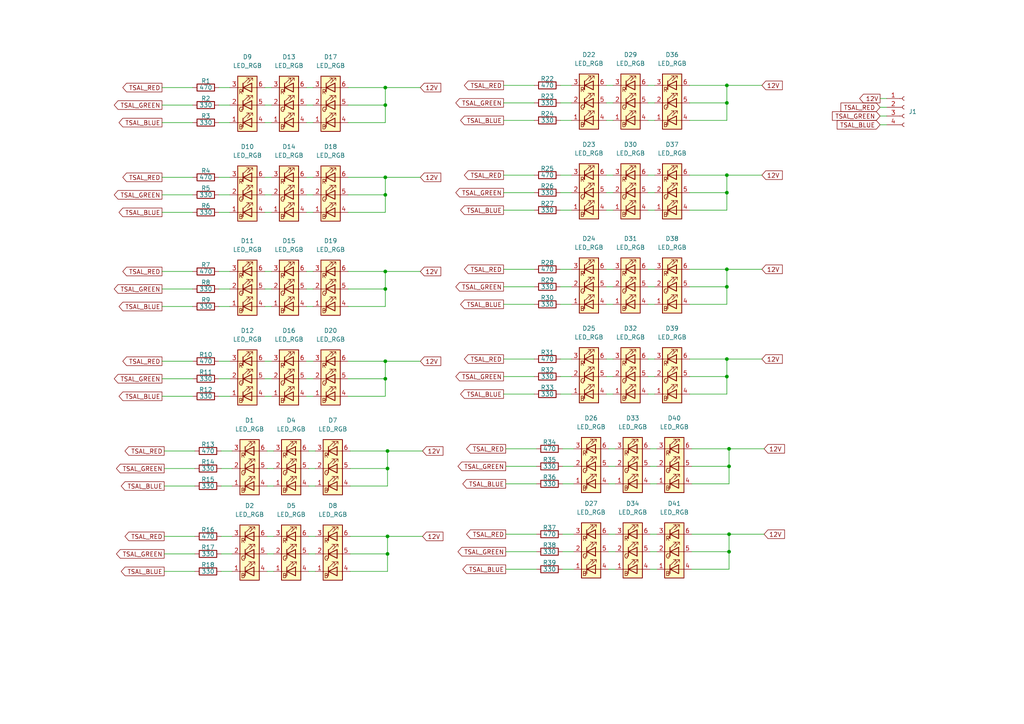
<source format=kicad_sch>
(kicad_sch (version 20211123) (generator eeschema)
  (paper "A4")
  (lib_symbols
    (symbol "11:Conn_01x04_Female"
      (property "Reference" "J" (at -1.651 7.239 0))
      (symbol "Conn_01x04_Female_1_1"
        (arc (start 0 -2.032) (mid -0.508 -2.54) (end 0 -3.048) (stroke (width 0.1524)))
        (polyline (pts (xy -1.27 -2.54) (xy -0.508 -2.54)) (stroke (width 0.1524)))
        (polyline (pts (xy -1.27 0) (xy -0.508 0)) (stroke (width 0.1524)))
        (polyline (pts (xy -1.27 2.54) (xy -0.508 2.54)) (stroke (width 0.1524)))
        (polyline (pts (xy -1.27 5.08) (xy -0.508 5.08)) (stroke (width 0.1524)))
        (arc (start 0 0.508) (mid -0.508 0) (end 0 -0.508) (stroke (width 0.1524)))
        (arc (start 0 3.048) (mid -0.508 2.54) (end 0 2.032) (stroke (width 0.1524)))
        (arc (start 0 5.588) (mid -0.508 5.08) (end 0 4.572) (stroke (width 0.1524)))
        (pin input line (at 0 -2.54 180) (length 3.81) hide (name "") (number ""))
        (pin input line (at 0 0 180) (length 3.81) hide (name "") (number ""))
        (pin input line (at 0 2.54 180) (length 3.81) hide (name "") (number ""))
        (pin input line (at 0 5.08 180) (length 3.81) hide (name "") (number ""))
        (pin passive line (at -5.08 5.08 0) (length 3.81) (name "") (number "1"))
        (pin passive line (at -5.08 2.54 0) (length 3.81) (name "") (number "2"))
        (pin passive line (at -5.08 0 0) (length 3.81) (name "") (number "3"))
        (pin passive line (at -5.08 -2.54 0) (length 3.81) (name "") (number "4"))
      )
    )
    (symbol "Device:LED_RGB" (pin_names (offset 0) hide)
      (property "Reference" "D1" (at 0 13.97 0))
      (property "Value" "LED_RGB" (at 0 11.43 0))
      (symbol "LED_RGB_0_0"
        (text "B" (at -1.905 -6.35 0) (effects (font (size 1.27 1.27))))
        (text "G" (at -1.905 -1.27 0) (effects (font (size 1.27 1.27))))
        (text "R" (at -1.905 3.81 0) (effects (font (size 1.27 1.27))))
      )
      (symbol "LED_RGB_0_1"
        (polyline (pts (xy -1.27 -5.08) (xy -2.54 -5.08)))
        (polyline (pts (xy -1.27 -5.08) (xy 1.27 -5.08)))
        (polyline (pts (xy -1.27 -3.81) (xy -1.27 -6.35)) (stroke (width 0.254)))
        (polyline (pts (xy -1.27 0) (xy -2.54 0)))
        (polyline (pts (xy -1.27 1.27) (xy -1.27 -1.27)) (stroke (width 0.254)))
        (polyline (pts (xy -1.27 5.08) (xy -2.54 5.08)))
        (polyline (pts (xy -1.27 5.08) (xy 1.27 5.08)))
        (polyline (pts (xy -1.27 6.35) (xy -1.27 3.81)) (stroke (width 0.254)))
        (polyline (pts (xy 1.27 -5.08) (xy 2.54 -5.08)))
        (polyline (pts (xy 1.27 0) (xy -1.27 0)))
        (polyline (pts (xy 1.27 0) (xy 2.54 0)))
        (polyline (pts (xy 1.27 5.08) (xy 2.54 5.08)))
        (polyline (pts (xy -1.27 1.27) (xy -1.27 -1.27) (xy -1.27 -1.27)))
        (polyline (pts (xy -1.27 6.35) (xy -1.27 3.81) (xy -1.27 3.81)))
        (polyline (pts (xy 1.27 -3.81) (xy 1.27 -6.35) (xy -1.27 -5.08) (xy 1.27 -3.81)) (stroke (width 0.254)))
        (polyline (pts (xy 1.27 1.27) (xy 1.27 -1.27) (xy -1.27 0) (xy 1.27 1.27)) (stroke (width 0.254)))
        (polyline (pts (xy 1.27 6.35) (xy 1.27 3.81) (xy -1.27 5.08) (xy 1.27 6.35)) (stroke (width 0.254)))
        (polyline (pts (xy -1.016 -3.81) (xy 0.508 -2.286) (xy -0.254 -2.286) (xy 0.508 -2.286) (xy 0.508 -3.048)))
        (polyline (pts (xy -1.016 1.27) (xy 0.508 2.794) (xy -0.254 2.794) (xy 0.508 2.794) (xy 0.508 2.032)))
        (polyline (pts (xy -1.016 6.35) (xy 0.508 7.874) (xy -0.254 7.874) (xy 0.508 7.874) (xy 0.508 7.112)))
        (polyline (pts (xy 0 -3.81) (xy 1.524 -2.286) (xy 0.762 -2.286) (xy 1.524 -2.286) (xy 1.524 -3.048)))
        (polyline (pts (xy 0 1.27) (xy 1.524 2.794) (xy 0.762 2.794) (xy 1.524 2.794) (xy 1.524 2.032)))
        (polyline (pts (xy 0 6.35) (xy 1.524 7.874) (xy 0.762 7.874) (xy 1.524 7.874) (xy 1.524 7.112)))
        (rectangle (start 1.27 -1.27) (end 1.27 1.27))
        (rectangle (start 1.27 1.27) (end 1.27 1.27))
        (rectangle (start 1.27 3.81) (end 1.27 6.35))
        (rectangle (start 1.27 6.35) (end 1.27 6.35))
        (rectangle (start 2.794 8.382) (end -2.794 -7.62) (stroke (width 0.254)) (fill (type background)))
      )
      (symbol "LED_RGB_1_1"
        (pin passive line (at -5.08 -5.08 0) (length 2.54) (name "BK") (number "1"))
        (pin passive line (at -5.08 0 0) (length 2.54) (name "GK") (number "2"))
        (pin passive line (at -5.08 5.08 0) (length 2.54) (name "RK") (number "3"))
        (pin passive line (at 5.08 -5.08 180) (length 2.54) (name "BA") (number "4"))
        (pin passive line (at 5.08 0 180) (length 2.54) (name "GA") (number "5"))
        (pin passive line (at 5.08 5.08 180) (length 2.54) (name "RA") (number "6"))
      )
    )
    (symbol "Device:R" (pin_numbers hide) (pin_names (offset 0))
      (property "Reference" "R" (at 2.032 0 90))
      (property "Value" "R" (at 0 0 90))
      (symbol "R_0_1"
        (rectangle (start -1.016 -2.54) (end 1.016 2.54) (stroke (width 0.254)))
      )
      (symbol "R_1_1"
        (pin passive line (at 0 3.81 270) (length 1.27) (name "~") (number "1"))
        (pin passive line (at 0 -3.81 90) (length 1.27) (name "~") (number "2"))
      )
    )
  )
  (junction (at 111.76 83.82))
  (junction (at 112.395 160.655))
  (junction (at 210.82 50.8))
  (junction (at 211.455 135.255))
  (junction (at 112.395 130.81))
  (junction (at 211.455 160.02))
  (junction (at 111.76 25.4))
  (junction (at 211.455 154.94))
  (junction (at 111.76 51.435))
  (junction (at 111.76 104.775))
  (junction (at 210.82 78.105))
  (junction (at 210.82 109.22))
  (junction (at 111.76 109.855))
  (junction (at 112.395 135.89))
  (junction (at 111.76 78.74))
  (junction (at 211.455 130.175))
  (junction (at 210.82 104.14))
  (junction (at 210.82 29.845))
  (junction (at 111.76 30.48))
  (junction (at 210.82 55.88))
  (junction (at 112.395 155.575))
  (junction (at 210.82 24.765))
  (junction (at 210.82 83.185))
  (junction (at 111.76 56.515))
  (wire (pts (xy 188.595 154.94) (xy 190.5 154.94)))
  (wire (pts (xy 88.9 61.595) (xy 90.805 61.595)))
  (wire (pts (xy 162.56 104.14) (xy 165.735 104.14)))
  (wire (pts (xy 88.9 83.82) (xy 90.805 83.82)))
  (wire (pts (xy 64.135 140.97) (xy 67.31 140.97)))
  (wire (pts (xy 112.395 135.89) (xy 101.6 135.89)))
  (wire (pts (xy 163.195 130.175) (xy 166.37 130.175)))
  (wire (pts (xy 88.9 88.9) (xy 90.805 88.9)))
  (wire (pts (xy 88.9 51.435) (xy 90.805 51.435)))
  (wire (pts (xy 175.895 83.185) (xy 177.8 83.185)))
  (wire (pts (xy 162.56 34.925) (xy 165.735 34.925)))
  (wire (pts (xy 175.895 104.14) (xy 177.8 104.14)))
  (wire (pts (xy 162.56 55.88) (xy 165.735 55.88)))
  (wire (pts (xy 111.76 109.855) (xy 111.76 114.935)))
  (wire (pts (xy 175.895 78.105) (xy 177.8 78.105)))
  (wire (pts (xy 112.395 155.575) (xy 122.555 155.575)))
  (wire (pts (xy 47.625 140.97) (xy 56.515 140.97)))
  (wire (pts (xy 162.56 29.845) (xy 165.735 29.845)))
  (wire (pts (xy 187.96 78.105) (xy 189.865 78.105)))
  (wire (pts (xy 176.53 165.1) (xy 178.435 165.1)))
  (wire (pts (xy 188.595 140.335) (xy 190.5 140.335)))
  (wire (pts (xy 100.965 51.435) (xy 111.76 51.435)))
  (wire (pts (xy 200.025 104.14) (xy 210.82 104.14)))
  (wire (pts (xy 211.455 135.255) (xy 211.455 140.335)))
  (wire (pts (xy 210.82 29.845) (xy 210.82 34.925)))
  (wire (pts (xy 111.76 109.855) (xy 100.965 109.855)))
  (wire (pts (xy 46.99 25.4) (xy 55.88 25.4)))
  (wire (pts (xy 89.535 160.655) (xy 91.44 160.655)))
  (wire (pts (xy 76.835 51.435) (xy 78.74 51.435)))
  (wire (pts (xy 77.47 165.735) (xy 79.375 165.735)))
  (wire (pts (xy 175.895 55.88) (xy 177.8 55.88)))
  (wire (pts (xy 210.82 114.3) (xy 200.025 114.3)))
  (wire (pts (xy 112.395 135.89) (xy 112.395 140.97)))
  (wire (pts (xy 100.965 104.775) (xy 111.76 104.775)))
  (wire (pts (xy 175.895 24.765) (xy 177.8 24.765)))
  (wire (pts (xy 76.835 104.775) (xy 78.74 104.775)))
  (wire (pts (xy 46.99 61.595) (xy 55.88 61.595)))
  (wire (pts (xy 146.685 140.335) (xy 155.575 140.335)))
  (wire (pts (xy 146.05 29.845) (xy 154.94 29.845)))
  (wire (pts (xy 162.56 114.3) (xy 165.735 114.3)))
  (wire (pts (xy 188.595 135.255) (xy 190.5 135.255)))
  (wire (pts (xy 111.76 30.48) (xy 100.965 30.48)))
  (wire (pts (xy 255.27 36.195) (xy 257.175 36.195)))
  (wire (pts (xy 162.56 88.265) (xy 165.735 88.265)))
  (wire (pts (xy 175.895 109.22) (xy 177.8 109.22)))
  (wire (pts (xy 112.395 130.81) (xy 112.395 135.89)))
  (wire (pts (xy 76.835 109.855) (xy 78.74 109.855)))
  (wire (pts (xy 112.395 140.97) (xy 101.6 140.97)))
  (wire (pts (xy 111.76 104.775) (xy 111.76 109.855)))
  (wire (pts (xy 210.82 78.105) (xy 220.98 78.105)))
  (wire (pts (xy 146.05 24.765) (xy 154.94 24.765)))
  (wire (pts (xy 63.5 56.515) (xy 66.675 56.515)))
  (wire (pts (xy 111.76 88.9) (xy 100.965 88.9)))
  (wire (pts (xy 76.835 56.515) (xy 78.74 56.515)))
  (wire (pts (xy 162.56 83.185) (xy 165.735 83.185)))
  (wire (pts (xy 89.535 135.89) (xy 91.44 135.89)))
  (wire (pts (xy 89.535 140.97) (xy 91.44 140.97)))
  (wire (pts (xy 76.835 88.9) (xy 78.74 88.9)))
  (wire (pts (xy 47.625 155.575) (xy 56.515 155.575)))
  (wire (pts (xy 46.99 56.515) (xy 55.88 56.515)))
  (wire (pts (xy 101.6 155.575) (xy 112.395 155.575)))
  (wire (pts (xy 255.27 31.115) (xy 257.175 31.115)))
  (wire (pts (xy 210.82 78.105) (xy 210.82 83.185)))
  (wire (pts (xy 146.05 55.88) (xy 154.94 55.88)))
  (wire (pts (xy 111.76 83.82) (xy 100.965 83.82)))
  (wire (pts (xy 176.53 135.255) (xy 178.435 135.255)))
  (wire (pts (xy 200.025 50.8) (xy 210.82 50.8)))
  (wire (pts (xy 88.9 78.74) (xy 90.805 78.74)))
  (wire (pts (xy 175.895 88.265) (xy 177.8 88.265)))
  (wire (pts (xy 162.56 24.765) (xy 165.735 24.765)))
  (wire (pts (xy 255.27 28.575) (xy 257.175 28.575)))
  (wire (pts (xy 188.595 165.1) (xy 190.5 165.1)))
  (wire (pts (xy 211.455 140.335) (xy 200.66 140.335)))
  (wire (pts (xy 146.05 88.265) (xy 154.94 88.265)))
  (wire (pts (xy 175.895 60.96) (xy 177.8 60.96)))
  (wire (pts (xy 210.82 109.22) (xy 210.82 114.3)))
  (wire (pts (xy 77.47 130.81) (xy 79.375 130.81)))
  (wire (pts (xy 77.47 135.89) (xy 79.375 135.89)))
  (wire (pts (xy 163.195 160.02) (xy 166.37 160.02)))
  (wire (pts (xy 176.53 140.335) (xy 178.435 140.335)))
  (wire (pts (xy 76.835 114.935) (xy 78.74 114.935)))
  (wire (pts (xy 46.99 88.9) (xy 55.88 88.9)))
  (wire (pts (xy 146.05 109.22) (xy 154.94 109.22)))
  (wire (pts (xy 112.395 130.81) (xy 122.555 130.81)))
  (wire (pts (xy 187.96 109.22) (xy 189.865 109.22)))
  (wire (pts (xy 146.685 154.94) (xy 155.575 154.94)))
  (wire (pts (xy 211.455 135.255) (xy 200.66 135.255)))
  (wire (pts (xy 210.82 83.185) (xy 200.025 83.185)))
  (wire (pts (xy 162.56 60.96) (xy 165.735 60.96)))
  (wire (pts (xy 187.96 60.96) (xy 189.865 60.96)))
  (wire (pts (xy 187.96 24.765) (xy 189.865 24.765)))
  (wire (pts (xy 210.82 104.14) (xy 210.82 109.22)))
  (wire (pts (xy 77.47 160.655) (xy 79.375 160.655)))
  (wire (pts (xy 187.96 104.14) (xy 189.865 104.14)))
  (wire (pts (xy 76.835 78.74) (xy 78.74 78.74)))
  (wire (pts (xy 63.5 114.935) (xy 66.675 114.935)))
  (wire (pts (xy 63.5 104.775) (xy 66.675 104.775)))
  (wire (pts (xy 146.05 104.14) (xy 154.94 104.14)))
  (wire (pts (xy 46.99 114.935) (xy 55.88 114.935)))
  (wire (pts (xy 47.625 160.655) (xy 56.515 160.655)))
  (wire (pts (xy 187.96 114.3) (xy 189.865 114.3)))
  (wire (pts (xy 63.5 35.56) (xy 66.675 35.56)))
  (wire (pts (xy 187.96 34.925) (xy 189.865 34.925)))
  (wire (pts (xy 88.9 30.48) (xy 90.805 30.48)))
  (wire (pts (xy 63.5 88.9) (xy 66.675 88.9)))
  (wire (pts (xy 77.47 140.97) (xy 79.375 140.97)))
  (wire (pts (xy 210.82 60.96) (xy 200.025 60.96)))
  (wire (pts (xy 88.9 25.4) (xy 90.805 25.4)))
  (wire (pts (xy 187.96 29.845) (xy 189.865 29.845)))
  (wire (pts (xy 162.56 109.22) (xy 165.735 109.22)))
  (wire (pts (xy 146.05 60.96) (xy 154.94 60.96)))
  (wire (pts (xy 89.535 130.81) (xy 91.44 130.81)))
  (wire (pts (xy 63.5 51.435) (xy 66.675 51.435)))
  (wire (pts (xy 46.99 51.435) (xy 55.88 51.435)))
  (wire (pts (xy 111.76 104.775) (xy 121.92 104.775)))
  (wire (pts (xy 187.96 88.265) (xy 189.865 88.265)))
  (wire (pts (xy 63.5 25.4) (xy 66.675 25.4)))
  (wire (pts (xy 211.455 154.94) (xy 211.455 160.02)))
  (wire (pts (xy 76.835 83.82) (xy 78.74 83.82)))
  (wire (pts (xy 76.835 35.56) (xy 78.74 35.56)))
  (wire (pts (xy 46.99 30.48) (xy 55.88 30.48)))
  (wire (pts (xy 175.895 29.845) (xy 177.8 29.845)))
  (wire (pts (xy 146.05 34.925) (xy 154.94 34.925)))
  (wire (pts (xy 111.76 51.435) (xy 111.76 56.515)))
  (wire (pts (xy 163.195 154.94) (xy 166.37 154.94)))
  (wire (pts (xy 64.135 135.89) (xy 67.31 135.89)))
  (wire (pts (xy 200.025 78.105) (xy 210.82 78.105)))
  (wire (pts (xy 77.47 155.575) (xy 79.375 155.575)))
  (wire (pts (xy 111.76 61.595) (xy 100.965 61.595)))
  (wire (pts (xy 210.82 83.185) (xy 210.82 88.265)))
  (wire (pts (xy 210.82 109.22) (xy 200.025 109.22)))
  (wire (pts (xy 162.56 50.8) (xy 165.735 50.8)))
  (wire (pts (xy 211.455 130.175) (xy 211.455 135.255)))
  (wire (pts (xy 111.76 56.515) (xy 100.965 56.515)))
  (wire (pts (xy 111.76 35.56) (xy 100.965 35.56)))
  (wire (pts (xy 175.895 50.8) (xy 177.8 50.8)))
  (wire (pts (xy 146.05 114.3) (xy 154.94 114.3)))
  (wire (pts (xy 64.135 160.655) (xy 67.31 160.655)))
  (wire (pts (xy 210.82 55.88) (xy 210.82 60.96)))
  (wire (pts (xy 146.685 160.02) (xy 155.575 160.02)))
  (wire (pts (xy 88.9 56.515) (xy 90.805 56.515)))
  (wire (pts (xy 210.82 50.8) (xy 210.82 55.88)))
  (wire (pts (xy 200.66 154.94) (xy 211.455 154.94)))
  (wire (pts (xy 163.195 140.335) (xy 166.37 140.335)))
  (wire (pts (xy 88.9 114.935) (xy 90.805 114.935)))
  (wire (pts (xy 210.82 55.88) (xy 200.025 55.88)))
  (wire (pts (xy 146.685 130.175) (xy 155.575 130.175)))
  (wire (pts (xy 111.76 51.435) (xy 121.92 51.435)))
  (wire (pts (xy 63.5 61.595) (xy 66.675 61.595)))
  (wire (pts (xy 88.9 104.775) (xy 90.805 104.775)))
  (wire (pts (xy 63.5 78.74) (xy 66.675 78.74)))
  (wire (pts (xy 200.66 130.175) (xy 211.455 130.175)))
  (wire (pts (xy 46.99 35.56) (xy 55.88 35.56)))
  (wire (pts (xy 89.535 165.735) (xy 91.44 165.735)))
  (wire (pts (xy 162.56 78.105) (xy 165.735 78.105)))
  (wire (pts (xy 46.99 78.74) (xy 55.88 78.74)))
  (wire (pts (xy 100.965 78.74) (xy 111.76 78.74)))
  (wire (pts (xy 187.96 50.8) (xy 189.865 50.8)))
  (wire (pts (xy 63.5 109.855) (xy 66.675 109.855)))
  (wire (pts (xy 88.9 109.855) (xy 90.805 109.855)))
  (wire (pts (xy 112.395 160.655) (xy 112.395 165.735)))
  (wire (pts (xy 210.82 29.845) (xy 200.025 29.845)))
  (wire (pts (xy 111.76 83.82) (xy 111.76 88.9)))
  (wire (pts (xy 89.535 155.575) (xy 91.44 155.575)))
  (wire (pts (xy 210.82 104.14) (xy 220.98 104.14)))
  (wire (pts (xy 47.625 135.89) (xy 56.515 135.89)))
  (wire (pts (xy 88.9 35.56) (xy 90.805 35.56)))
  (wire (pts (xy 146.05 50.8) (xy 154.94 50.8)))
  (wire (pts (xy 211.455 130.175) (xy 221.615 130.175)))
  (wire (pts (xy 111.76 25.4) (xy 121.92 25.4)))
  (wire (pts (xy 76.835 25.4) (xy 78.74 25.4)))
  (wire (pts (xy 176.53 154.94) (xy 178.435 154.94)))
  (wire (pts (xy 63.5 30.48) (xy 66.675 30.48)))
  (wire (pts (xy 64.135 155.575) (xy 67.31 155.575)))
  (wire (pts (xy 111.76 78.74) (xy 111.76 83.82)))
  (wire (pts (xy 64.135 165.735) (xy 67.31 165.735)))
  (wire (pts (xy 200.025 24.765) (xy 210.82 24.765)))
  (wire (pts (xy 210.82 24.765) (xy 210.82 29.845)))
  (wire (pts (xy 211.455 154.94) (xy 221.615 154.94)))
  (wire (pts (xy 111.76 78.74) (xy 121.92 78.74)))
  (wire (pts (xy 210.82 34.925) (xy 200.025 34.925)))
  (wire (pts (xy 211.455 160.02) (xy 211.455 165.1)))
  (wire (pts (xy 100.965 25.4) (xy 111.76 25.4)))
  (wire (pts (xy 112.395 160.655) (xy 101.6 160.655)))
  (wire (pts (xy 76.835 30.48) (xy 78.74 30.48)))
  (wire (pts (xy 210.82 24.765) (xy 220.98 24.765)))
  (wire (pts (xy 111.76 114.935) (xy 100.965 114.935)))
  (wire (pts (xy 111.76 30.48) (xy 111.76 35.56)))
  (wire (pts (xy 210.82 50.8) (xy 220.98 50.8)))
  (wire (pts (xy 111.76 25.4) (xy 111.76 30.48)))
  (wire (pts (xy 46.99 83.82) (xy 55.88 83.82)))
  (wire (pts (xy 176.53 160.02) (xy 178.435 160.02)))
  (wire (pts (xy 101.6 130.81) (xy 112.395 130.81)))
  (wire (pts (xy 112.395 155.575) (xy 112.395 160.655)))
  (wire (pts (xy 146.685 135.255) (xy 155.575 135.255)))
  (wire (pts (xy 146.05 78.105) (xy 154.94 78.105)))
  (wire (pts (xy 146.05 83.185) (xy 154.94 83.185)))
  (wire (pts (xy 47.625 130.81) (xy 56.515 130.81)))
  (wire (pts (xy 255.27 33.655) (xy 257.175 33.655)))
  (wire (pts (xy 188.595 130.175) (xy 190.5 130.175)))
  (wire (pts (xy 46.99 104.775) (xy 55.88 104.775)))
  (wire (pts (xy 210.82 88.265) (xy 200.025 88.265)))
  (wire (pts (xy 146.685 165.1) (xy 155.575 165.1)))
  (wire (pts (xy 175.895 114.3) (xy 177.8 114.3)))
  (wire (pts (xy 63.5 83.82) (xy 66.675 83.82)))
  (wire (pts (xy 187.96 83.185) (xy 189.865 83.185)))
  (wire (pts (xy 187.96 55.88) (xy 189.865 55.88)))
  (wire (pts (xy 111.76 56.515) (xy 111.76 61.595)))
  (wire (pts (xy 64.135 130.81) (xy 67.31 130.81)))
  (wire (pts (xy 163.195 135.255) (xy 166.37 135.255)))
  (wire (pts (xy 76.835 61.595) (xy 78.74 61.595)))
  (wire (pts (xy 112.395 165.735) (xy 101.6 165.735)))
  (wire (pts (xy 211.455 165.1) (xy 200.66 165.1)))
  (wire (pts (xy 46.99 109.855) (xy 55.88 109.855)))
  (wire (pts (xy 188.595 160.02) (xy 190.5 160.02)))
  (wire (pts (xy 163.195 165.1) (xy 166.37 165.1)))
  (wire (pts (xy 176.53 130.175) (xy 178.435 130.175)))
  (wire (pts (xy 47.625 165.735) (xy 56.515 165.735)))
  (wire (pts (xy 211.455 160.02) (xy 200.66 160.02)))
  (wire (pts (xy 175.895 34.925) (xy 177.8 34.925)))
  (global_label "TSAL_BLUE" (shape output) (at 46.99 114.935 180) (property "Intersheet References" "${INTERSHEET_REFS}" (effects hide)))
  (global_label "TSAL_GREEN" (shape output) (at 47.625 135.89 180) (property "Intersheet References" "${INTERSHEET_REFS}" (effects hide)))
  (global_label "TSAL_BLUE" (shape output) (at 146.05 60.96 180) (property "Intersheet References" "${INTERSHEET_REFS}" (effects hide)))
  (global_label "12V" (shape output) (at 255.27 28.575 180) (property "Intersheet References" "${INTERSHEET_REFS}" (effects hide)))
  (global_label "12V" (shape input) (at 122.555 130.81 0) (property "Intersheet References" "${INTERSHEET_REFS}" (effects hide)))
  (global_label "12V" (shape input) (at 220.98 50.8 0) (property "Intersheet References" "${INTERSHEET_REFS}" (effects hide)))
  (global_label "TSAL_RED" (shape output) (at 146.05 24.765 180) (property "Intersheet References" "${INTERSHEET_REFS}" (effects hide)))
  (global_label "TSAL_RED" (shape output) (at 146.05 104.14 180) (property "Intersheet References" "${INTERSHEET_REFS}" (effects hide)))
  (global_label "TSAL_BLUE" (shape output) (at 47.625 165.735 180) (property "Intersheet References" "${INTERSHEET_REFS}" (effects hide)))
  (global_label "TSAL_BLUE" (shape output) (at 146.685 165.1 180) (property "Intersheet References" "${INTERSHEET_REFS}" (effects hide)))
  (global_label "TSAL_RED" (shape output) (at 146.05 78.105 180) (property "Intersheet References" "${INTERSHEET_REFS}" (effects hide)))
  (global_label "12V" (shape input) (at 121.92 51.435 0) (property "Intersheet References" "${INTERSHEET_REFS}" (effects hide)))
  (global_label "TSAL_BLUE" (shape output) (at 146.05 114.3 180) (property "Intersheet References" "${INTERSHEET_REFS}" (effects hide)))
  (global_label "TSAL_GREEN" (shape output) (at 47.625 160.655 180) (property "Intersheet References" "${INTERSHEET_REFS}" (effects hide)))
  (global_label "TSAL_GREEN" (shape output) (at 146.685 135.255 180) (property "Intersheet References" "${INTERSHEET_REFS}" (effects hide)))
  (global_label "TSAL_BLUE" (shape output) (at 47.625 140.97 180) (property "Intersheet References" "${INTERSHEET_REFS}" (effects hide)))
  (global_label "TSAL_GREEN" (shape output) (at 146.05 29.845 180) (property "Intersheet References" "${INTERSHEET_REFS}" (effects hide)))
  (global_label "12V" (shape input) (at 220.98 24.765 0) (property "Intersheet References" "${INTERSHEET_REFS}" (effects hide)))
  (global_label "TSAL_GREEN" (shape output) (at 146.05 55.88 180) (property "Intersheet References" "${INTERSHEET_REFS}" (effects hide)))
  (global_label "TSAL_RED" (shape output) (at 46.99 104.775 180) (property "Intersheet References" "${INTERSHEET_REFS}" (effects hide)))
  (global_label "TSAL_RED" (shape output) (at 47.625 130.81 180) (property "Intersheet References" "${INTERSHEET_REFS}" (effects hide)))
  (global_label "12V" (shape input) (at 121.92 25.4 0) (property "Intersheet References" "${INTERSHEET_REFS}" (effects hide)))
  (global_label "TSAL_RED" (shape input) (at 255.27 31.115 180) (property "Intersheet References" "${INTERSHEET_REFS}" (effects hide)))
  (global_label "TSAL_BLUE" (shape input) (at 255.27 36.195 180) (property "Intersheet References" "${INTERSHEET_REFS}" (effects hide)))
  (global_label "12V" (shape input) (at 220.98 78.105 0) (property "Intersheet References" "${INTERSHEET_REFS}" (effects hide)))
  (global_label "12V" (shape input) (at 122.555 155.575 0) (property "Intersheet References" "${INTERSHEET_REFS}" (effects hide)))
  (global_label "TSAL_GREEN" (shape output) (at 46.99 83.82 180) (property "Intersheet References" "${INTERSHEET_REFS}" (effects hide)))
  (global_label "TSAL_GREEN" (shape output) (at 146.05 83.185 180) (property "Intersheet References" "${INTERSHEET_REFS}" (effects hide)))
  (global_label "TSAL_BLUE" (shape output) (at 146.05 88.265 180) (property "Intersheet References" "${INTERSHEET_REFS}" (effects hide)))
  (global_label "TSAL_GREEN" (shape output) (at 46.99 56.515 180) (property "Intersheet References" "${INTERSHEET_REFS}" (effects hide)))
  (global_label "TSAL_RED" (shape output) (at 46.99 51.435 180) (property "Intersheet References" "${INTERSHEET_REFS}" (effects hide)))
  (global_label "TSAL_RED" (shape output) (at 146.685 130.175 180) (property "Intersheet References" "${INTERSHEET_REFS}" (effects hide)))
  (global_label "TSAL_RED" (shape output) (at 46.99 25.4 180) (property "Intersheet References" "${INTERSHEET_REFS}" (effects hide)))
  (global_label "TSAL_BLUE" (shape output) (at 46.99 35.56 180) (property "Intersheet References" "${INTERSHEET_REFS}" (effects hide)))
  (global_label "TSAL_RED" (shape output) (at 47.625 155.575 180) (property "Intersheet References" "${INTERSHEET_REFS}" (effects hide)))
  (global_label "TSAL_GREEN" (shape input) (at 255.27 33.655 180) (property "Intersheet References" "${INTERSHEET_REFS}" (effects hide)))
  (global_label "TSAL_GREEN" (shape output) (at 46.99 109.855 180) (property "Intersheet References" "${INTERSHEET_REFS}" (effects hide)))
  (global_label "TSAL_GREEN" (shape output) (at 146.685 160.02 180) (property "Intersheet References" "${INTERSHEET_REFS}" (effects hide)))
  (global_label "TSAL_GREEN" (shape output) (at 46.99 30.48 180) (property "Intersheet References" "${INTERSHEET_REFS}" (effects hide)))
  (global_label "12V" (shape input) (at 221.615 154.94 0) (property "Intersheet References" "${INTERSHEET_REFS}" (effects hide)))
  (global_label "TSAL_RED" (shape output) (at 46.99 78.74 180) (property "Intersheet References" "${INTERSHEET_REFS}" (effects hide)))
  (global_label "12V" (shape input) (at 220.98 104.14 0) (property "Intersheet References" "${INTERSHEET_REFS}" (effects hide)))
  (global_label "12V" (shape input) (at 221.615 130.175 0) (property "Intersheet References" "${INTERSHEET_REFS}" (effects hide)))
  (global_label "12V" (shape input) (at 121.92 78.74 0) (property "Intersheet References" "${INTERSHEET_REFS}" (effects hide)))
  (global_label "TSAL_RED" (shape output) (at 146.05 50.8 180) (property "Intersheet References" "${INTERSHEET_REFS}" (effects hide)))
  (global_label "TSAL_BLUE" (shape output) (at 146.05 34.925 180) (property "Intersheet References" "${INTERSHEET_REFS}" (effects hide)))
  (global_label "TSAL_GREEN" (shape output) (at 146.05 109.22 180) (property "Intersheet References" "${INTERSHEET_REFS}" (effects hide)))
  (global_label "12V" (shape input) (at 121.92 104.775 0) (property "Intersheet References" "${INTERSHEET_REFS}" (effects hide)))
  (global_label "TSAL_BLUE" (shape output) (at 46.99 61.595 180) (property "Intersheet References" "${INTERSHEET_REFS}" (effects hide)))
  (global_label "TSAL_BLUE" (shape output) (at 46.99 88.9 180) (property "Intersheet References" "${INTERSHEET_REFS}" (effects hide)))
  (global_label "TSAL_BLUE" (shape output) (at 146.685 140.335 180) (property "Intersheet References" "${INTERSHEET_REFS}" (effects hide)))
  (global_label "TSAL_RED" (shape output) (at 146.685 154.94 180) (property "Intersheet References" "${INTERSHEET_REFS}" (effects hide)))
  (symbol (lib_id "Device:LED_RGB") (at 83.82 109.855 0) (unit 1)
    (property "Reference" "D16" (at 83.82 95.885 0))
    (property "Value" "LED_RGB" (at 83.82 98.425 0))
    (property "Footprint" "LED_SMD:LED_RGB_5050-6" (effects hide))
  )
  (symbol (lib_id "Device:LED_RGB") (at 170.815 55.88 0) (unit 1)
    (property "Reference" "D23" (at 170.815 41.91 0))
    (property "Value" "LED_RGB" (at 170.815 44.45 0))
    (property "Footprint" "LED_SMD:LED_RGB_5050-6" (effects hide))
  )
  (symbol (lib_id "Device:LED_RGB") (at 95.885 109.855 0) (unit 1)
    (property "Reference" "D20" (at 95.885 95.885 0))
    (property "Value" "LED_RGB" (at 95.885 98.425 0))
    (property "Footprint" "LED_SMD:LED_RGB_5050-6" (effects hide))
  )
  (symbol (lib_id "Device:LED_RGB") (at 170.815 29.845 0) (unit 1)
    (property "Reference" "D22" (at 170.815 15.875 0))
    (property "Value" "LED_RGB" (at 170.815 18.415 0))
    (property "Footprint" "LED_SMD:LED_RGB_5050-6" (effects hide))
  )
  (symbol (lib_id "Device:LED_RGB") (at 182.88 29.845 0) (unit 1)
    (property "Reference" "D29" (at 182.88 15.875 0))
    (property "Value" "LED_RGB" (at 182.88 18.415 0))
    (property "Footprint" "LED_SMD:LED_RGB_5050-6" (effects hide))
  )
  (symbol (lib_id "Device:LED_RGB") (at 182.88 83.185 0) (unit 1)
    (property "Reference" "D31" (at 182.88 69.215 0))
    (property "Value" "LED_RGB" (at 182.88 71.755 0))
    (property "Footprint" "LED_SMD:LED_RGB_5050-6" (effects hide))
  )
  (symbol (lib_id "11:Conn_01x04_Female") (at 262.255 33.655 0) (unit 1)
    (property "Reference" "J1" (at 263.525 32.3849 0) (effects (justify left)))
    (property "Value" "Conn_01x04_Female" (effects hide))
    (property "Footprint" "Connector_PinHeader_2.54mm:PinHeader_1x04_P2.54mm_Vertical" (effects hide))
  )
  (symbol (lib_id "Device:LED_RGB") (at 182.88 55.88 0) (unit 1)
    (property "Reference" "D30" (at 182.88 41.91 0))
    (property "Value" "LED_RGB" (at 182.88 44.45 0))
    (property "Footprint" "LED_SMD:LED_RGB_5050-6" (effects hide))
  )
  (symbol (lib_id "Device:LED_RGB") (at 195.58 160.02 0) (unit 1)
    (property "Reference" "D41" (at 195.58 146.05 0))
    (property "Value" "LED_RGB" (at 195.58 148.59 0))
    (property "Footprint" "LED_SMD:LED_RGB_5050-6" (effects hide))
  )
  (symbol (lib_id "Device:R") (at 60.325 155.575 90) (unit 1)
    (property "Reference" "R16" (at 60.325 153.67 90))
    (property "Value" "470" (at 60.325 155.575 90))
    (property "Footprint" "Resistor_SMD:R_1206_3216Metric_Pad1.30x1.75mm_HandSolder" (effects hide))
  )
  (symbol (lib_id "Device:R") (at 59.69 114.935 90) (unit 1)
    (property "Reference" "R12" (at 59.69 113.03 90))
    (property "Value" "330" (at 59.69 114.935 90))
    (property "Footprint" "Resistor_SMD:R_1206_3216Metric_Pad1.30x1.75mm_HandSolder" (effects hide))
  )
  (symbol (lib_id "Device:R") (at 59.69 104.775 90) (unit 1)
    (property "Reference" "R10" (at 59.69 102.87 90))
    (property "Value" "470" (at 59.69 104.775 90))
    (property "Footprint" "Resistor_SMD:R_1206_3216Metric_Pad1.30x1.75mm_HandSolder" (effects hide))
  )
  (symbol (lib_id "Device:R") (at 158.75 29.845 90) (unit 1)
    (property "Reference" "R23" (at 158.75 27.94 90))
    (property "Value" "330" (at 158.75 29.845 90))
    (property "Footprint" "Resistor_SMD:R_1206_3216Metric_Pad1.30x1.75mm_HandSolder" (effects hide))
  )
  (symbol (lib_id "Device:R") (at 60.325 140.97 90) (unit 1)
    (property "Reference" "R15" (at 60.325 139.065 90))
    (property "Value" "330" (at 60.325 140.97 90))
    (property "Footprint" "Resistor_SMD:R_1206_3216Metric_Pad1.30x1.75mm_HandSolder" (effects hide))
  )
  (symbol (lib_id "Device:R") (at 158.75 88.265 90) (unit 1)
    (property "Reference" "R30" (at 158.75 86.36 90))
    (property "Value" "330" (at 158.75 88.265 90))
    (property "Footprint" "Resistor_SMD:R_1206_3216Metric_Pad1.30x1.75mm_HandSolder" (effects hide))
  )
  (symbol (lib_id "Device:R") (at 159.385 160.02 90) (unit 1)
    (property "Reference" "R38" (at 159.385 158.115 90))
    (property "Value" "330" (at 159.385 160.02 90))
    (property "Footprint" "Resistor_SMD:R_1206_3216Metric_Pad1.30x1.75mm_HandSolder" (effects hide))
  )
  (symbol (lib_id "Device:LED_RGB") (at 183.515 160.02 0) (unit 1)
    (property "Reference" "D34" (at 183.515 146.05 0))
    (property "Value" "LED_RGB" (at 183.515 148.59 0))
    (property "Footprint" "LED_SMD:LED_RGB_5050-6" (effects hide))
  )
  (symbol (lib_id "Device:R") (at 59.69 83.82 90) (unit 1)
    (property "Reference" "R8" (at 59.69 81.915 90))
    (property "Value" "330" (at 59.69 83.82 90))
    (property "Footprint" "Resistor_SMD:R_1206_3216Metric_Pad1.30x1.75mm_HandSolder" (effects hide))
  )
  (symbol (lib_id "Device:R") (at 158.75 50.8 90) (unit 1)
    (property "Reference" "R25" (at 158.75 48.895 90))
    (property "Value" "470" (at 158.75 50.8 90))
    (property "Footprint" "Resistor_SMD:R_1206_3216Metric_Pad1.30x1.75mm_HandSolder" (effects hide))
  )
  (symbol (lib_id "Device:R") (at 59.69 51.435 90) (unit 1)
    (property "Reference" "R4" (at 59.69 49.53 90))
    (property "Value" "470" (at 59.69 51.435 90))
    (property "Footprint" "Resistor_SMD:R_1206_3216Metric_Pad1.30x1.75mm_HandSolder" (effects hide))
  )
  (symbol (lib_id "Device:LED_RGB") (at 71.755 83.82 0) (unit 1)
    (property "Reference" "D11" (at 71.755 69.85 0))
    (property "Value" "LED_RGB" (at 71.755 72.39 0))
    (property "Footprint" "LED_SMD:LED_RGB_5050-6" (effects hide))
  )
  (symbol (lib_id "Device:LED_RGB") (at 194.945 109.22 0) (unit 1)
    (property "Reference" "D39" (at 194.945 95.25 0))
    (property "Value" "LED_RGB" (at 194.945 97.79 0))
    (property "Footprint" "LED_SMD:LED_RGB_5050-6" (effects hide))
  )
  (symbol (lib_id "Device:R") (at 159.385 165.1 90) (unit 1)
    (property "Reference" "R39" (at 159.385 163.195 90))
    (property "Value" "330" (at 159.385 165.1 90))
    (property "Footprint" "Resistor_SMD:R_1206_3216Metric_Pad1.30x1.75mm_HandSolder" (effects hide))
  )
  (symbol (lib_id "Device:R") (at 59.69 109.855 90) (unit 1)
    (property "Reference" "R11" (at 59.69 107.95 90))
    (property "Value" "330" (at 59.69 109.855 90))
    (property "Footprint" "Resistor_SMD:R_1206_3216Metric_Pad1.30x1.75mm_HandSolder" (effects hide))
  )
  (symbol (lib_id "Device:R") (at 59.69 78.74 90) (unit 1)
    (property "Reference" "R7" (at 59.69 76.835 90))
    (property "Value" "470" (at 59.69 78.74 90))
    (property "Footprint" "Resistor_SMD:R_1206_3216Metric_Pad1.30x1.75mm_HandSolder" (effects hide))
  )
  (symbol (lib_id "Device:LED_RGB") (at 194.945 29.845 0) (unit 1)
    (property "Reference" "D36" (at 194.945 15.875 0))
    (property "Value" "LED_RGB" (at 194.945 18.415 0))
    (property "Footprint" "LED_SMD:LED_RGB_5050-6" (effects hide))
  )
  (symbol (lib_id "Device:R") (at 159.385 140.335 90) (unit 1)
    (property "Reference" "R36" (at 159.385 138.43 90))
    (property "Value" "330" (at 159.385 140.335 90))
    (property "Footprint" "Resistor_SMD:R_1206_3216Metric_Pad1.30x1.75mm_HandSolder" (effects hide))
  )
  (symbol (lib_id "Device:R") (at 59.69 30.48 90) (unit 1)
    (property "Reference" "R2" (at 59.69 28.575 90))
    (property "Value" "330" (at 59.69 30.48 90))
    (property "Footprint" "Resistor_SMD:R_1206_3216Metric_Pad1.30x1.75mm_HandSolder" (effects hide))
  )
  (symbol (lib_id "Device:LED_RGB") (at 194.945 83.185 0) (unit 1)
    (property "Reference" "D38" (at 194.945 69.215 0))
    (property "Value" "LED_RGB" (at 194.945 71.755 0))
    (property "Footprint" "LED_SMD:LED_RGB_5050-6" (effects hide))
  )
  (symbol (lib_id "Device:R") (at 158.75 83.185 90) (unit 1)
    (property "Reference" "R29" (at 158.75 81.28 90))
    (property "Value" "330" (at 158.75 83.185 90))
    (property "Footprint" "Resistor_SMD:R_1206_3216Metric_Pad1.30x1.75mm_HandSolder" (effects hide))
  )
  (symbol (lib_id "Device:R") (at 59.69 25.4 90) (unit 1)
    (property "Reference" "R1" (at 59.69 23.495 90))
    (property "Value" "470" (at 59.69 25.4 90))
    (property "Footprint" "Resistor_SMD:R_1206_3216Metric_Pad1.30x1.75mm_HandSolder" (effects hide))
  )
  (symbol (lib_id "Device:R") (at 158.75 34.925 90) (unit 1)
    (property "Reference" "R24" (at 158.75 33.02 90))
    (property "Value" "330" (at 158.75 34.925 90))
    (property "Footprint" "Resistor_SMD:R_1206_3216Metric_Pad1.30x1.75mm_HandSolder" (effects hide))
  )
  (symbol (lib_id "Device:LED_RGB") (at 170.815 109.22 0) (unit 1)
    (property "Reference" "D25" (at 170.815 95.25 0))
    (property "Value" "LED_RGB" (at 170.815 97.79 0))
    (property "Footprint" "LED_SMD:LED_RGB_5050-6" (effects hide))
  )
  (symbol (lib_id "Device:LED_RGB") (at 83.82 30.48 0) (unit 1)
    (property "Reference" "D13" (at 83.82 16.51 0))
    (property "Value" "LED_RGB" (at 83.82 19.05 0))
    (property "Footprint" "LED_SMD:LED_RGB_5050-6" (effects hide))
  )
  (symbol (lib_id "Device:R") (at 59.69 35.56 90) (unit 1)
    (property "Reference" "R3" (at 59.69 33.655 90))
    (property "Value" "330" (at 59.69 35.56 90))
    (property "Footprint" "Resistor_SMD:R_1206_3216Metric_Pad1.30x1.75mm_HandSolder" (effects hide))
  )
  (symbol (lib_id "Device:R") (at 158.75 114.3 90) (unit 1)
    (property "Reference" "R33" (at 158.75 112.395 90))
    (property "Value" "330" (at 158.75 114.3 90))
    (property "Footprint" "Resistor_SMD:R_1206_3216Metric_Pad1.30x1.75mm_HandSolder" (effects hide))
  )
  (symbol (lib_id "Device:LED_RGB") (at 71.755 30.48 0) (unit 1)
    (property "Reference" "D9" (at 71.755 16.51 0))
    (property "Value" "LED_RGB" (at 71.755 19.05 0))
    (property "Footprint" "LED_SMD:LED_RGB_5050-6" (effects hide))
  )
  (symbol (lib_id "Device:R") (at 158.75 104.14 90) (unit 1)
    (property "Reference" "R31" (at 158.75 102.235 90))
    (property "Value" "470" (at 158.75 104.14 90))
    (property "Footprint" "Resistor_SMD:R_1206_3216Metric_Pad1.30x1.75mm_HandSolder" (effects hide))
  )
  (symbol (lib_id "Device:R") (at 158.75 24.765 90) (unit 1)
    (property "Reference" "R22" (at 158.75 22.86 90))
    (property "Value" "470" (at 158.75 24.765 90))
    (property "Footprint" "Resistor_SMD:R_1206_3216Metric_Pad1.30x1.75mm_HandSolder" (effects hide))
  )
  (symbol (lib_id "Device:R") (at 59.69 88.9 90) (unit 1)
    (property "Reference" "R9" (at 59.69 86.995 90))
    (property "Value" "330" (at 59.69 88.9 90))
    (property "Footprint" "Resistor_SMD:R_1206_3216Metric_Pad1.30x1.75mm_HandSolder" (effects hide))
  )
  (symbol (lib_id "Device:LED_RGB") (at 195.58 135.255 0) (unit 1)
    (property "Reference" "D40" (at 195.58 121.285 0))
    (property "Value" "LED_RGB" (at 195.58 123.825 0))
    (property "Footprint" "LED_SMD:LED_RGB_5050-6" (effects hide))
  )
  (symbol (lib_id "Device:R") (at 158.75 60.96 90) (unit 1)
    (property "Reference" "R27" (at 158.75 59.055 90))
    (property "Value" "330" (at 158.75 60.96 90))
    (property "Footprint" "Resistor_SMD:R_1206_3216Metric_Pad1.30x1.75mm_HandSolder" (effects hide))
  )
  (symbol (lib_id "Device:LED_RGB") (at 182.88 109.22 0) (unit 1)
    (property "Reference" "D32" (at 182.88 95.25 0))
    (property "Value" "LED_RGB" (at 182.88 97.79 0))
    (property "Footprint" "LED_SMD:LED_RGB_5050-6" (effects hide))
  )
  (symbol (lib_id "Device:R") (at 159.385 130.175 90) (unit 1)
    (property "Reference" "R34" (at 159.385 128.27 90))
    (property "Value" "470" (at 159.385 130.175 90))
    (property "Footprint" "Resistor_SMD:R_1206_3216Metric_Pad1.30x1.75mm_HandSolder" (effects hide))
  )
  (symbol (lib_id "Device:R") (at 59.69 56.515 90) (unit 1)
    (property "Reference" "R5" (at 59.69 54.61 90))
    (property "Value" "330" (at 59.69 56.515 90))
    (property "Footprint" "Resistor_SMD:R_1206_3216Metric_Pad1.30x1.75mm_HandSolder" (effects hide))
  )
  (symbol (lib_id "Device:LED_RGB") (at 95.885 30.48 0) (unit 1)
    (property "Reference" "D17" (at 95.885 16.51 0))
    (property "Value" "LED_RGB" (at 95.885 19.05 0))
    (property "Footprint" "LED_SMD:LED_RGB_5050-6" (effects hide))
  )
  (symbol (lib_id "Device:R") (at 60.325 135.89 90) (unit 1)
    (property "Reference" "R14" (at 60.325 133.985 90))
    (property "Value" "330" (at 60.325 135.89 90))
    (property "Footprint" "Resistor_SMD:R_1206_3216Metric_Pad1.30x1.75mm_HandSolder" (effects hide))
  )
  (symbol (lib_id "Device:R") (at 60.325 160.655 90) (unit 1)
    (property "Reference" "R17" (at 60.325 158.75 90))
    (property "Value" "330" (at 60.325 160.655 90))
    (property "Footprint" "Resistor_SMD:R_1206_3216Metric_Pad1.30x1.75mm_HandSolder" (effects hide))
  )
  (symbol (lib_id "Device:LED_RGB") (at 95.885 83.82 0) (unit 1)
    (property "Reference" "D19" (at 95.885 69.85 0))
    (property "Value" "LED_RGB" (at 95.885 72.39 0))
    (property "Footprint" "LED_SMD:LED_RGB_5050-6" (effects hide))
  )
  (symbol (lib_id "Device:R") (at 158.75 78.105 90) (unit 1)
    (property "Reference" "R28" (at 158.75 76.2 90))
    (property "Value" "470" (at 158.75 78.105 90))
    (property "Footprint" "Resistor_SMD:R_1206_3216Metric_Pad1.30x1.75mm_HandSolder" (effects hide))
  )
  (symbol (lib_id "Device:R") (at 158.75 55.88 90) (unit 1)
    (property "Reference" "R26" (at 158.75 53.975 90))
    (property "Value" "330" (at 158.75 55.88 90))
    (property "Footprint" "Resistor_SMD:R_1206_3216Metric_Pad1.30x1.75mm_HandSolder" (effects hide))
  )
  (symbol (lib_id "Device:LED_RGB") (at 194.945 55.88 0) (unit 1)
    (property "Reference" "D37" (at 194.945 41.91 0))
    (property "Value" "LED_RGB" (at 194.945 44.45 0))
    (property "Footprint" "LED_SMD:LED_RGB_5050-6" (effects hide))
  )
  (symbol (lib_id "Device:R") (at 159.385 154.94 90) (unit 1)
    (property "Reference" "R37" (at 159.385 153.035 90))
    (property "Value" "470" (at 159.385 154.94 90))
    (property "Footprint" "Resistor_SMD:R_1206_3216Metric_Pad1.30x1.75mm_HandSolder" (effects hide))
  )
  (symbol (lib_id "Device:LED_RGB") (at 95.885 56.515 0) (unit 1)
    (property "Reference" "D18" (at 95.885 42.545 0))
    (property "Value" "LED_RGB" (at 95.885 45.085 0))
    (property "Footprint" "LED_SMD:LED_RGB_5050-6" (effects hide))
  )
  (symbol (lib_id "Device:LED_RGB") (at 71.755 56.515 0) (unit 1)
    (property "Reference" "D10" (at 71.755 42.545 0))
    (property "Value" "LED_RGB" (at 71.755 45.085 0))
    (property "Footprint" "LED_SMD:LED_RGB_5050-6" (effects hide))
  )
  (symbol (lib_id "Device:LED_RGB") (at 96.52 135.89 0) (unit 1)
    (property "Reference" "D7" (at 96.52 121.92 0))
    (property "Value" "LED_RGB" (at 96.52 124.46 0))
    (property "Footprint" "LED_SMD:LED_RGB_5050-6" (effects hide))
  )
  (symbol (lib_id "Device:LED_RGB") (at 72.39 160.655 0) (unit 1)
    (property "Reference" "D2" (at 72.39 146.685 0))
    (property "Value" "LED_RGB" (at 72.39 149.225 0))
    (property "Footprint" "LED_SMD:LED_RGB_5050-6" (effects hide))
  )
  (symbol (lib_id "Device:LED_RGB") (at 171.45 160.02 0) (unit 1)
    (property "Reference" "D27" (at 171.45 146.05 0))
    (property "Value" "LED_RGB" (at 171.45 148.59 0))
    (property "Footprint" "LED_SMD:LED_RGB_5050-6" (effects hide))
  )
  (symbol (lib_id "Device:R") (at 159.385 135.255 90) (unit 1)
    (property "Reference" "R35" (at 159.385 133.35 90))
    (property "Value" "330" (at 159.385 135.255 90))
    (property "Footprint" "Resistor_SMD:R_1206_3216Metric_Pad1.30x1.75mm_HandSolder" (effects hide))
  )
  (symbol (lib_id "Device:LED_RGB") (at 72.39 135.89 0) (unit 1)
    (property "Reference" "D1" (at 72.39 121.92 0))
    (property "Value" "LED_RGB" (at 72.39 124.46 0))
    (property "Footprint" "LED_SMD:LED_RGB_5050-6" (effects hide))
  )
  (symbol (lib_id "Device:R") (at 60.325 130.81 90) (unit 1)
    (property "Reference" "R13" (at 60.325 128.905 90))
    (property "Value" "470" (at 60.325 130.81 90))
    (property "Footprint" "Resistor_SMD:R_1206_3216Metric_Pad1.30x1.75mm_HandSolder" (effects hide))
  )
  (symbol (lib_id "Device:LED_RGB") (at 171.45 135.255 0) (unit 1)
    (property "Reference" "D26" (at 171.45 121.285 0))
    (property "Value" "LED_RGB" (at 171.45 123.825 0))
    (property "Footprint" "LED_SMD:LED_RGB_5050-6" (effects hide))
  )
  (symbol (lib_id "Device:LED_RGB") (at 83.82 56.515 0) (unit 1)
    (property "Reference" "D14" (at 83.82 42.545 0))
    (property "Value" "LED_RGB" (at 83.82 45.085 0))
    (property "Footprint" "LED_SMD:LED_RGB_5050-6" (effects hide))
  )
  (symbol (lib_id "Device:LED_RGB") (at 71.755 109.855 0) (unit 1)
    (property "Reference" "D12" (at 71.755 95.885 0))
    (property "Value" "LED_RGB" (at 71.755 98.425 0))
    (property "Footprint" "LED_SMD:LED_RGB_5050-6" (effects hide))
  )
  (symbol (lib_id "Device:R") (at 60.325 165.735 90) (unit 1)
    (property "Reference" "R18" (at 60.325 163.83 90))
    (property "Value" "330" (at 60.325 165.735 90))
    (property "Footprint" "Resistor_SMD:R_1206_3216Metric_Pad1.30x1.75mm_HandSolder" (effects hide))
  )
  (symbol (lib_id "Device:LED_RGB") (at 170.815 83.185 0) (unit 1)
    (property "Reference" "D24" (at 170.815 69.215 0))
    (property "Value" "LED_RGB" (at 170.815 71.755 0))
    (property "Footprint" "LED_SMD:LED_RGB_5050-6" (effects hide))
  )
  (symbol (lib_id "Device:LED_RGB") (at 183.515 135.255 0) (unit 1)
    (property "Reference" "D33" (at 183.515 121.285 0))
    (property "Value" "LED_RGB" (at 183.515 123.825 0))
    (property "Footprint" "LED_SMD:LED_RGB_5050-6" (effects hide))
  )
  (symbol (lib_id "Device:LED_RGB") (at 96.52 160.655 0) (unit 1)
    (property "Reference" "D8" (at 96.52 146.685 0))
    (property "Value" "LED_RGB" (at 96.52 149.225 0))
    (property "Footprint" "LED_SMD:LED_RGB_5050-6" (effects hide))
  )
  (symbol (lib_id "Device:LED_RGB") (at 83.82 83.82 0) (unit 1)
    (property "Reference" "D15" (at 83.82 69.85 0))
    (property "Value" "LED_RGB" (at 83.82 72.39 0))
    (property "Footprint" "LED_SMD:LED_RGB_5050-6" (effects hide))
  )
  (symbol (lib_id "Device:LED_RGB") (at 84.455 160.655 0) (unit 1)
    (property "Reference" "D5" (at 84.455 146.685 0))
    (property "Value" "LED_RGB" (at 84.455 149.225 0))
    (property "Footprint" "LED_SMD:LED_RGB_5050-6" (effects hide))
  )
  (symbol (lib_id "Device:R") (at 158.75 109.22 90) (unit 1)
    (property "Reference" "R32" (at 158.75 107.315 90))
    (property "Value" "330" (at 158.75 109.22 90))
    (property "Footprint" "Resistor_SMD:R_1206_3216Metric_Pad1.30x1.75mm_HandSolder" (effects hide))
  )
  (symbol (lib_id "Device:R") (at 59.69 61.595 90) (unit 1)
    (property "Reference" "R6" (at 59.69 59.69 90))
    (property "Value" "330" (at 59.69 61.595 90))
    (property "Footprint" "Resistor_SMD:R_1206_3216Metric_Pad1.30x1.75mm_HandSolder" (effects hide))
  )
  (symbol (lib_id "Device:LED_RGB") (at 84.455 135.89 0) (unit 1)
    (property "Reference" "D4" (at 84.455 121.92 0))
    (property "Value" "LED_RGB" (at 84.455 124.46 0))
    (property "Footprint" "LED_SMD:LED_RGB_5050-6" (effects hide))
  )
)
</source>
